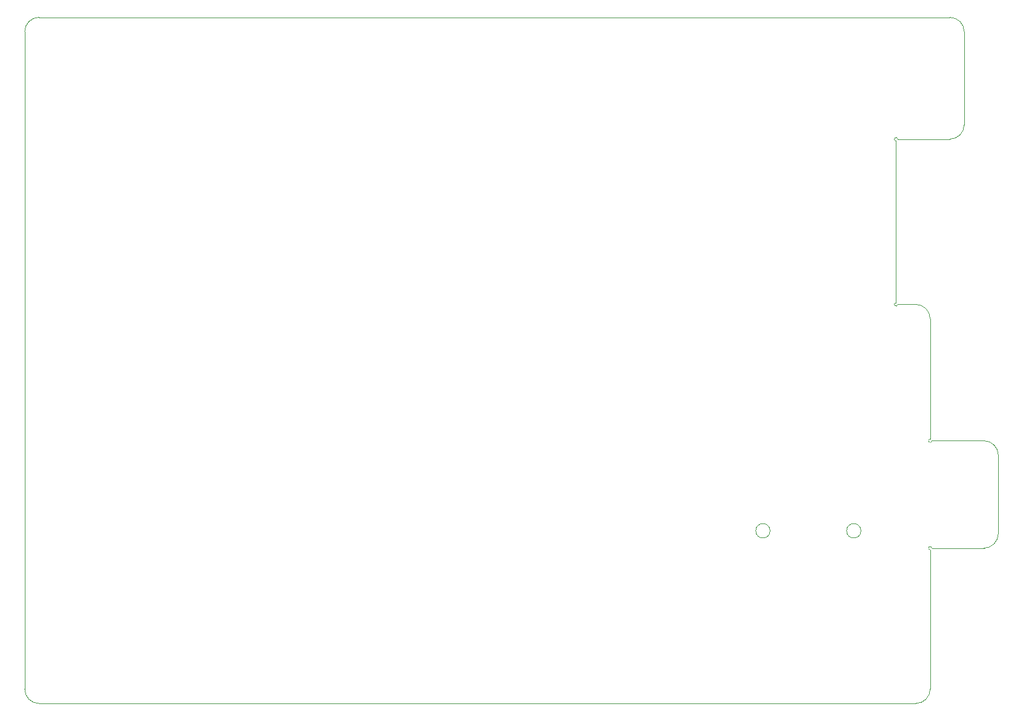
<source format=gbr>
%TF.GenerationSoftware,KiCad,Pcbnew,(5.1.10)-1*%
%TF.CreationDate,2023-08-12T15:50:22-04:00*%
%TF.ProjectId,niche65_mk2_left_RIGID,6e696368-6536-4355-9f6d-6b325f6c6566,rev?*%
%TF.SameCoordinates,Original*%
%TF.FileFunction,Profile,NP*%
%FSLAX46Y46*%
G04 Gerber Fmt 4.6, Leading zero omitted, Abs format (unit mm)*
G04 Created by KiCad (PCBNEW (5.1.10)-1) date 2023-08-12 15:50:22*
%MOMM*%
%LPD*%
G01*
G04 APERTURE LIST*
%TA.AperFunction,Profile*%
%ADD10C,0.100000*%
%TD*%
G04 APERTURE END LIST*
D10*
X194662500Y-162230000D02*
G75*
G03*
X194662500Y-162230000I-1000000J0D01*
G01*
X207362500Y-162230000D02*
G75*
G03*
X207362500Y-162230000I-1000000J0D01*
G01*
X90474992Y-92474992D02*
G75*
G02*
X92474992Y-90474992I2000000J0D01*
G01*
X92474992Y-186360000D02*
G75*
G02*
X90474992Y-184360000I0J2000000D01*
G01*
X217037500Y-184360000D02*
G75*
G02*
X215037500Y-186360000I-2000000J0D01*
G01*
X226562500Y-162650000D02*
G75*
G02*
X224562500Y-164650000I-2000000J0D01*
G01*
X224562500Y-149650000D02*
G75*
G02*
X226562500Y-151650000I0J-2000000D01*
G01*
X215037500Y-130600000D02*
G75*
G02*
X217037500Y-132600000I0J-2000000D01*
G01*
X221800000Y-105500000D02*
G75*
G02*
X219800000Y-107500000I-2000000J0D01*
G01*
X219800000Y-90474992D02*
G75*
G02*
X221800000Y-92474992I0J-2000000D01*
G01*
X212275000Y-107750000D02*
G75*
G02*
X212525000Y-107500000I0J250000D01*
G01*
X212525000Y-130600000D02*
G75*
G02*
X212275000Y-130350000I-250000J0D01*
G01*
X217287500Y-149650000D02*
G75*
G02*
X217037500Y-149400000I-250000J0D01*
G01*
X217037500Y-164900000D02*
G75*
G02*
X217287500Y-164650000I0J250000D01*
G01*
X217037500Y-184360000D02*
X217037500Y-164900000D01*
X224562500Y-164650000D02*
X217287500Y-164650000D01*
X226562500Y-151650000D02*
X226562500Y-162650000D01*
X217287500Y-149650000D02*
X224562500Y-149650000D01*
X217037500Y-145600000D02*
X217037500Y-149400000D01*
X217037500Y-132600000D02*
X217037500Y-145600000D01*
X212525000Y-130600000D02*
X215037500Y-130600000D01*
X212275000Y-107750000D02*
X212275000Y-130350000D01*
X219800000Y-107500000D02*
X212525000Y-107500000D01*
X221800000Y-105500000D02*
X221800000Y-92474992D01*
X92474992Y-186360000D02*
X215037500Y-186360000D01*
X90474992Y-92474992D02*
X90474992Y-184360000D01*
X219800000Y-90474992D02*
X92474992Y-90474992D01*
M02*

</source>
